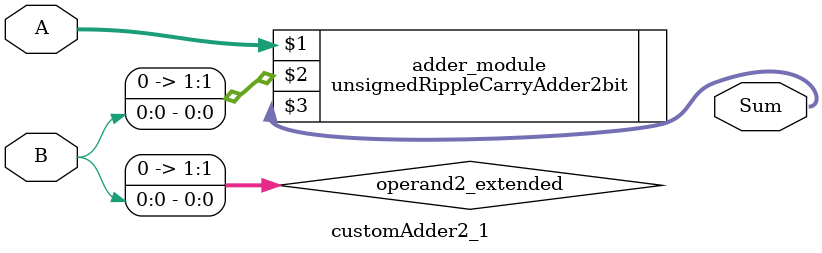
<source format=v>

module customAdder2_1(
                    input [1 : 0] A,
                    input [0 : 0] B,
                    
                    output [2 : 0] Sum
            );

    wire [1 : 0] operand2_extended;
    
    assign operand2_extended =  {1'b0, B};
    
    unsignedRippleCarryAdder2bit adder_module(
        A,
        operand2_extended,
        Sum
    );
    
endmodule
        
</source>
